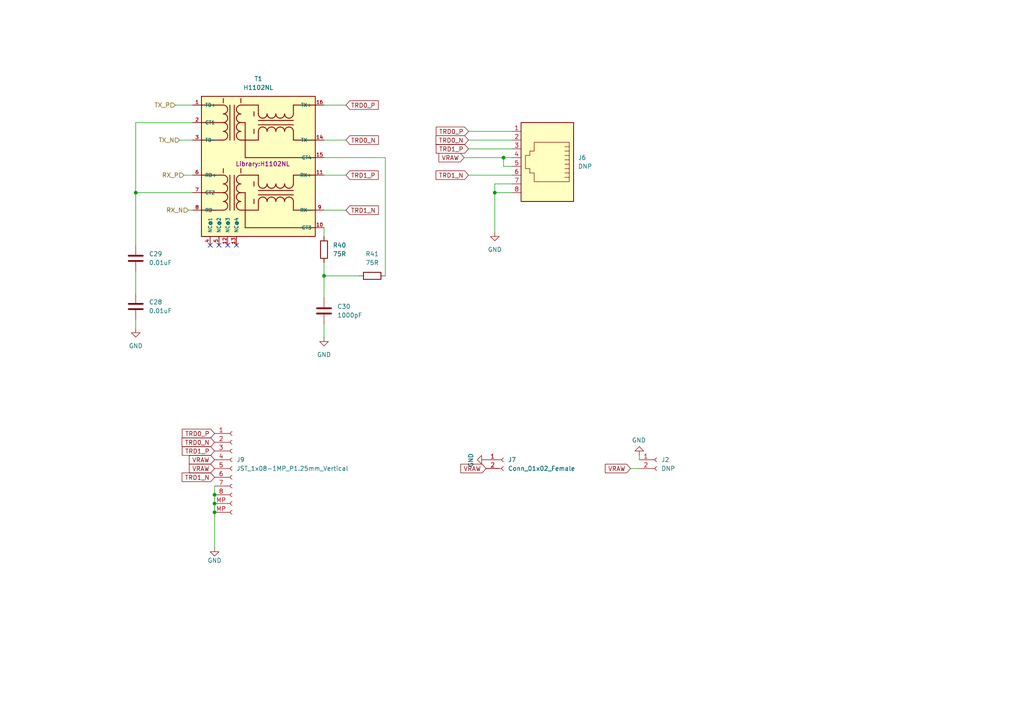
<source format=kicad_sch>
(kicad_sch (version 20231120) (generator "eeschema") (generator_version "8.0")
  (paper "A4")
  (lib_symbols
    (symbol "Connector:Conn_01x02_Female" (pin_names (offset 1.016) hide)
      (property "Reference" "J" (at 0 2.54 0))
      (property "Value" "Conn_01x02_Female" (at 0 -5.08 0))
      (symbol "Conn_01x02_Female_1_1"
        (arc (start 0 -2.032) (mid -0.5058 -2.54) (end 0 -3.048) (stroke (width 0.1524)))
        (polyline (pts (xy -1.27 -2.54) (xy -0.508 -2.54)) (stroke (width 0.1524)))
        (polyline (pts (xy -1.27 0) (xy -0.508 0)) (stroke (width 0.1524)))
        (arc (start 0 0.508) (mid -0.5058 0) (end 0 -0.508) (stroke (width 0.1524)))
        (pin passive line (at -5.08 0 0) (length 3.81) (name "Pin_1") (number "1"))
        (pin passive line (at -5.08 -2.54 0) (length 3.81) (name "Pin_2") (number "2"))
      )
    )
    (symbol "Connector:Conn_01x08_Female" (pin_names (offset 1.016) hide)
      (property "Reference" "J3" (at 1.27 0.0001 0))
      (property "Value" "Conn_01x08_Female" (at 1.27 -2.5399 0))
      (symbol "Conn_01x08_Female_1_1"
        (arc (start 0 -14.732) (mid -0.5058 -15.24) (end 0 -15.748) (stroke (width 0.1524)))
        (arc (start 0 -12.192) (mid -0.5058 -12.7) (end 0 -13.208) (stroke (width 0.1524)))
        (arc (start 0 -9.652) (mid -0.5058 -10.16) (end 0 -10.668) (stroke (width 0.1524)))
        (arc (start 0 -7.112) (mid -0.5058 -7.62) (end 0 -8.128) (stroke (width 0.1524)))
        (arc (start 0 -4.572) (mid -0.5058 -5.08) (end 0 -5.588) (stroke (width 0.1524)))
        (arc (start 0 -2.032) (mid -0.5058 -2.54) (end 0 -3.048) (stroke (width 0.1524)))
        (polyline (pts (xy -1.27 -15.24) (xy -0.508 -15.24)) (stroke (width 0.1524)))
        (polyline (pts (xy -1.27 -12.7) (xy -0.508 -12.7)) (stroke (width 0.1524)))
        (polyline (pts (xy -1.27 -10.16) (xy -0.508 -10.16)) (stroke (width 0.1524)))
        (polyline (pts (xy -1.27 -7.62) (xy -0.508 -7.62)) (stroke (width 0.1524)))
        (polyline (pts (xy -1.27 -5.08) (xy -0.508 -5.08)) (stroke (width 0.1524)))
        (polyline (pts (xy -1.27 -2.54) (xy -0.508 -2.54)) (stroke (width 0.1524)))
        (polyline (pts (xy -1.27 0) (xy -0.508 0)) (stroke (width 0.1524)))
        (polyline (pts (xy -1.27 2.54) (xy -0.508 2.54)) (stroke (width 0.1524)))
        (polyline (pts (xy -1.27 5.08) (xy -0.508 5.08)) (stroke (width 0.1524)))
        (polyline (pts (xy -1.27 7.62) (xy -0.508 7.62)) (stroke (width 0.1524)))
        (arc (start 0 0.508) (mid -0.5058 0) (end 0 -0.508) (stroke (width 0.1524)))
        (arc (start 0 3.048) (mid -0.5058 2.54) (end 0 2.032) (stroke (width 0.1524)))
        (arc (start 0 5.588) (mid -0.5058 5.08) (end 0 4.572) (stroke (width 0.1524)))
        (arc (start 0 8.128) (mid -0.5058 7.62) (end 0 7.112) (stroke (width 0.1524)))
        (pin passive line (at -5.08 7.62 0) (length 3.81) (name "Pin_1") (number "1"))
        (pin passive line (at -5.08 5.08 0) (length 3.81) (name "Pin_2") (number "2"))
        (pin passive line (at -5.08 2.54 0) (length 3.81) (name "Pin_3") (number "3"))
        (pin passive line (at -5.08 0 0) (length 3.81) (name "Pin_4") (number "4"))
        (pin passive line (at -5.08 -2.54 0) (length 3.81) (name "Pin_5") (number "5"))
        (pin passive line (at -5.08 -5.08 0) (length 3.81) (name "Pin_6") (number "6"))
        (pin passive line (at -5.08 -7.62 0) (length 3.81) (name "Pin_7") (number "7"))
        (pin passive line (at -5.08 -10.16 0) (length 3.81) (name "Pin_8") (number "8"))
        (pin passive line (at -5.08 -15.24 0) (length 3.81) (name "MP") (number "MP"))
        (pin passive line (at -5.08 -12.7 0) (length 3.81) (name "MP") (number "MP"))
      )
    )
    (symbol "Connector:RJ45" (pin_names (offset 1.016))
      (property "Reference" "J" (at -5.08 13.97 0))
      (property "Value" "RJ45" (at 2.54 13.97 0))
      (symbol "RJ45_0_1"
        (polyline (pts (xy -5.08 4.445) (xy -6.35 4.445)))
        (polyline (pts (xy -5.08 5.715) (xy -6.35 5.715)))
        (polyline (pts (xy -6.35 -3.175) (xy -5.08 -3.175) (xy -5.08 -3.175)))
        (polyline (pts (xy -6.35 -1.905) (xy -5.08 -1.905) (xy -5.08 -1.905)))
        (polyline (pts (xy -6.35 -0.635) (xy -5.08 -0.635) (xy -5.08 -0.635)))
        (polyline (pts (xy -6.35 0.635) (xy -5.08 0.635) (xy -5.08 0.635)))
        (polyline (pts (xy -6.35 1.905) (xy -5.08 1.905) (xy -5.08 1.905)))
        (polyline (pts (xy -5.08 3.175) (xy -6.35 3.175) (xy -6.35 3.175)))
        (polyline (pts (xy -6.35 -4.445) (xy -6.35 6.985) (xy 3.81 6.985) (xy 3.81 4.445) (xy 5.08 4.445) (xy 5.08 3.175) (xy 6.35 3.175) (xy 6.35 -0.635) (xy 5.08 -0.635) (xy 5.08 -1.905) (xy 3.81 -1.905) (xy 3.81 -4.445) (xy -6.35 -4.445) (xy -6.35 -4.445)))
        (rectangle (start 7.62 12.7) (end -7.62 -10.16) (stroke (width 0.254)) (fill (type background)))
      )
      (symbol "RJ45_1_1"
        (pin passive line (at 10.16 -7.62 180) (length 2.54) (name "~") (number "1"))
        (pin passive line (at 10.16 -5.08 180) (length 2.54) (name "~") (number "2"))
        (pin passive line (at 10.16 -2.54 180) (length 2.54) (name "~") (number "3"))
        (pin passive line (at 10.16 0 180) (length 2.54) (name "~") (number "4"))
        (pin passive line (at 10.16 2.54 180) (length 2.54) (name "~") (number "5"))
        (pin passive line (at 10.16 5.08 180) (length 2.54) (name "~") (number "6"))
        (pin passive line (at 10.16 7.62 180) (length 2.54) (name "~") (number "7"))
        (pin passive line (at 10.16 10.16 180) (length 2.54) (name "~") (number "8"))
      )
    )
    (symbol "Device:C" (pin_numbers hide) (pin_names (offset 0.254))
      (property "Reference" "C" (at 0.635 2.54 0))
      (property "Value" "C" (at 0.635 -2.54 0))
      (symbol "C_0_1"
        (polyline (pts (xy -2.032 -0.762) (xy 2.032 -0.762)) (stroke (width 0.508)))
        (polyline (pts (xy -2.032 0.762) (xy 2.032 0.762)) (stroke (width 0.508)))
      )
      (symbol "C_1_1"
        (pin passive line (at 0 3.81 270) (length 2.794) (name "~") (number "1"))
        (pin passive line (at 0 -3.81 90) (length 2.794) (name "~") (number "2"))
      )
    )
    (symbol "Device:R" (pin_numbers hide) (pin_names (offset 0))
      (property "Reference" "R" (at 2.032 0 90))
      (property "Value" "R" (at 0 0 90))
      (symbol "R_0_1"
        (rectangle (start -1.016 -2.54) (end 1.016 2.54) (stroke (width 0.254)))
      )
      (symbol "R_1_1"
        (pin passive line (at 0 3.81 270) (length 1.27) (name "~") (number "1"))
        (pin passive line (at 0 -3.81 90) (length 1.27) (name "~") (number "2"))
      )
    )
    (symbol "H1102NL:H1102NL" (pin_names (offset 1.016))
      (property "Reference" "T" (at -17.78 20.32 0))
      (property "Value" "H1102NL" (at -2.54 -22.86 0))
      (symbol "H1102NL_0_0"
        (rectangle (start -17.78 -20.32) (end 15.24 20.32) (stroke (width 0.254)) (fill (type background)))
        (arc (start -11.43 -12.7) (mid -10.532 -12.328) (end -10.16 -11.43) (stroke (width 0.254)))
        (arc (start -11.43 -10.16) (mid -10.532 -9.788) (end -10.16 -8.89) (stroke (width 0.254)))
        (arc (start -11.43 -7.62) (mid -10.532 -7.248) (end -10.16 -6.35) (stroke (width 0.254)))
        (arc (start -11.43 -5.08) (mid -10.532 -4.708) (end -10.16 -3.81) (stroke (width 0.254)))
        (arc (start -11.43 7.62) (mid -10.532 7.992) (end -10.16 8.89) (stroke (width 0.254)))
        (arc (start -11.43 10.16) (mid -10.532 10.532) (end -10.16 11.43) (stroke (width 0.254)))
        (arc (start -11.43 12.7) (mid -10.532 13.072) (end -10.16 13.97) (stroke (width 0.254)))
        (arc (start -11.43 15.24) (mid -10.532 15.612) (end -10.16 16.51) (stroke (width 0.254)))
        (arc (start -10.16 -11.43) (mid -10.532 -10.532) (end -11.43 -10.16) (stroke (width 0.254)))
        (arc (start -10.16 -8.89) (mid -10.532 -7.992) (end -11.43 -7.62) (stroke (width 0.254)))
        (arc (start -10.16 -6.35) (mid -10.532 -5.452) (end -11.43 -5.08) (stroke (width 0.254)))
        (arc (start -10.16 -3.81) (mid -10.532 -2.912) (end -11.43 -2.54) (stroke (width 0.254)))
        (arc (start -10.16 8.89) (mid -10.532 9.788) (end -11.43 10.16) (stroke (width 0.254)))
        (arc (start -10.16 11.43) (mid -10.532 12.328) (end -11.43 12.7) (stroke (width 0.254)))
        (arc (start -10.16 13.97) (mid -10.532 14.868) (end -11.43 15.24) (stroke (width 0.254)))
        (arc (start -10.16 16.51) (mid -10.532 17.408) (end -11.43 17.78) (stroke (width 0.254)))
        (arc (start -7.62 -11.43) (mid -7.248 -12.328) (end -6.35 -12.7) (stroke (width 0.254)))
        (arc (start -7.62 -8.89) (mid -7.248 -9.788) (end -6.35 -10.16) (stroke (width 0.254)))
        (arc (start -7.62 -6.35) (mid -7.248 -7.248) (end -6.35 -7.62) (stroke (width 0.254)))
        (arc (start -7.62 -3.81) (mid -7.248 -4.708) (end -6.35 -5.08) (stroke (width 0.254)))
        (arc (start -7.62 8.89) (mid -7.248 7.992) (end -6.35 7.62) (stroke (width 0.254)))
        (arc (start -7.62 11.43) (mid -7.248 10.532) (end -6.35 10.16) (stroke (width 0.254)))
        (arc (start -7.62 13.97) (mid -7.248 13.072) (end -6.35 12.7) (stroke (width 0.254)))
        (arc (start -7.62 16.51) (mid -7.248 15.612) (end -6.35 15.24) (stroke (width 0.254)))
        (arc (start -6.35 -10.16) (mid -7.248 -10.532) (end -7.62 -11.43) (stroke (width 0.254)))
        (arc (start -6.35 -7.62) (mid -7.248 -7.992) (end -7.62 -8.89) (stroke (width 0.254)))
        (arc (start -6.35 -5.08) (mid -7.248 -5.452) (end -7.62 -6.35) (stroke (width 0.254)))
        (arc (start -6.35 -2.54) (mid -7.248 -2.912) (end -7.62 -3.81) (stroke (width 0.254)))
        (arc (start -6.35 10.16) (mid -7.248 9.788) (end -7.62 8.89) (stroke (width 0.254)))
        (arc (start -6.35 12.7) (mid -7.248 12.328) (end -7.62 11.43) (stroke (width 0.254)))
        (arc (start -6.35 15.24) (mid -7.248 14.868) (end -7.62 13.97) (stroke (width 0.254)))
        (arc (start -6.35 17.78) (mid -7.248 17.408) (end -7.62 16.51) (stroke (width 0.254)))
        (arc (start -1.27 -5.08) (mid -0.898 -5.978) (end 0 -6.35) (stroke (width 0.254)))
        (arc (start -1.27 15.24) (mid -0.898 14.342) (end 0 13.97) (stroke (width 0.254)))
        (arc (start 0 -8.89) (mid -0.898 -9.262) (end -1.27 -10.16) (stroke (width 0.254)))
        (arc (start 0 -6.35) (mid 0.898 -5.978) (end 1.27 -5.08) (stroke (width 0.254)))
        (polyline (pts (xy -17.78 -2.54) (xy -11.43 -2.54)) (stroke (width 0.254)))
        (polyline (pts (xy -17.78 17.78) (xy -11.43 17.78)) (stroke (width 0.254)))
        (polyline (pts (xy -11.43 -12.7) (xy -17.78 -12.7)) (stroke (width 0.254)))
        (polyline (pts (xy -11.43 -7.62) (xy -17.78 -7.62)) (stroke (width 0.254)))
        (polyline (pts (xy -11.43 7.62) (xy -17.78 7.62)) (stroke (width 0.254)))
        (polyline (pts (xy -11.43 12.7) (xy -17.78 12.7)) (stroke (width 0.254)))
        (polyline (pts (xy -9.525 -2.54) (xy -9.525 -12.7)) (stroke (width 0.254)))
        (polyline (pts (xy -9.525 17.78) (xy -9.525 7.62)) (stroke (width 0.254)))
        (polyline (pts (xy -8.255 -2.54) (xy -8.255 -12.7)) (stroke (width 0.254)))
        (polyline (pts (xy -8.255 17.78) (xy -8.255 7.62)) (stroke (width 0.254)))
        (polyline (pts (xy -6.35 -7.62) (xy -5.08 -7.62)) (stroke (width 0.254)))
        (polyline (pts (xy -6.35 -2.54) (xy -1.27 -2.54)) (stroke (width 0.254)))
        (polyline (pts (xy -6.35 12.7) (xy -5.08 12.7)) (stroke (width 0.254)))
        (polyline (pts (xy -6.35 17.78) (xy -1.27 17.78)) (stroke (width 0.254)))
        (polyline (pts (xy -5.08 -17.78) (xy 15.24 -17.78)) (stroke (width 0.254)))
        (polyline (pts (xy -5.08 -7.62) (xy -5.08 -17.78)) (stroke (width 0.254)))
        (polyline (pts (xy -5.08 2.54) (xy 15.24 2.54)) (stroke (width 0.254)))
        (polyline (pts (xy -5.08 12.7) (xy -5.08 2.54)) (stroke (width 0.254)))
        (polyline (pts (xy -1.27 -12.7) (xy -6.35 -12.7)) (stroke (width 0.254)))
        (polyline (pts (xy -1.27 -12.7) (xy -1.27 -10.16)) (stroke (width 0.254)))
        (polyline (pts (xy -1.27 -8.255) (xy 8.89 -8.255)) (stroke (width 0.254)))
        (polyline (pts (xy -1.27 -6.985) (xy 8.89 -6.985)) (stroke (width 0.254)))
        (polyline (pts (xy -1.27 -2.54) (xy -1.27 -5.08)) (stroke (width 0.254)))
        (polyline (pts (xy -1.27 7.62) (xy -6.35 7.62)) (stroke (width 0.254)))
        (polyline (pts (xy -1.27 7.62) (xy -1.27 10.16)) (stroke (width 0.254)))
        (polyline (pts (xy -1.27 12.065) (xy 8.89 12.065)) (stroke (width 0.254)))
        (polyline (pts (xy -1.27 13.335) (xy 8.89 13.335)) (stroke (width 0.254)))
        (polyline (pts (xy -1.27 17.78) (xy -1.27 15.24)) (stroke (width 0.254)))
        (polyline (pts (xy 8.89 -12.7) (xy 15.24 -12.7)) (stroke (width 0.254)))
        (polyline (pts (xy 8.89 -10.16) (xy 8.89 -12.7)) (stroke (width 0.254)))
        (polyline (pts (xy 8.89 -5.08) (xy 8.89 -2.54)) (stroke (width 0.254)))
        (polyline (pts (xy 8.89 -2.54) (xy 15.24 -2.54)) (stroke (width 0.254)))
        (polyline (pts (xy 8.89 7.62) (xy 15.24 7.62)) (stroke (width 0.254)))
        (polyline (pts (xy 8.89 10.16) (xy 8.89 7.62)) (stroke (width 0.254)))
        (polyline (pts (xy 8.89 15.24) (xy 8.89 17.78)) (stroke (width 0.254)))
        (polyline (pts (xy 8.89 17.78) (xy 15.24 17.78)) (stroke (width 0.254)))
        (polyline (pts (xy -11.43 -0.635) (xy -11.43 -1.905) (xy -11.43 -0.635)) (stroke (width 0.254)) (fill (type outline)))
        (polyline (pts (xy -11.43 19.685) (xy -11.43 18.415) (xy -11.43 19.685)) (stroke (width 0.254)) (fill (type outline)))
        (polyline (pts (xy -6.35 -0.635) (xy -6.35 -1.905) (xy -6.35 -0.635)) (stroke (width 0.254)) (fill (type outline)))
        (polyline (pts (xy -6.35 19.685) (xy -6.35 18.415) (xy -6.35 19.685)) (stroke (width 0.254)) (fill (type outline)))
        (polyline (pts (xy -2.54 -9.525) (xy -2.54 -10.795) (xy -2.54 -9.525)) (stroke (width 0.254)) (fill (type outline)))
        (polyline (pts (xy -2.54 -4.445) (xy -2.54 -5.715) (xy -2.54 -4.445)) (stroke (width 0.254)) (fill (type outline)))
        (polyline (pts (xy -2.54 10.795) (xy -2.54 9.525) (xy -2.54 10.795)) (stroke (width 0.254)) (fill (type outline)))
        (polyline (pts (xy -2.54 15.875) (xy -2.54 14.605) (xy -2.54 15.875)) (stroke (width 0.254)) (fill (type outline)))
        (arc (start 0 11.43) (mid -0.898 11.058) (end -1.27 10.16) (stroke (width 0.254)))
        (arc (start 0 13.97) (mid 0.898 14.342) (end 1.27 15.24) (stroke (width 0.254)))
        (arc (start 1.27 -10.16) (mid 0.898 -9.262) (end 0 -8.89) (stroke (width 0.254)))
        (arc (start 1.27 -5.08) (mid 1.642 -5.978) (end 2.54 -6.35) (stroke (width 0.254)))
        (arc (start 1.27 10.16) (mid 0.898 11.058) (end 0 11.43) (stroke (width 0.254)))
        (arc (start 1.27 15.24) (mid 1.642 14.342) (end 2.54 13.97) (stroke (width 0.254)))
        (arc (start 2.54 -8.89) (mid 1.642 -9.262) (end 1.27 -10.16) (stroke (width 0.254)))
        (arc (start 2.54 -6.35) (mid 3.438 -5.978) (end 3.81 -5.08) (stroke (width 0.254)))
        (arc (start 2.54 11.43) (mid 1.642 11.058) (end 1.27 10.16) (stroke (width 0.254)))
        (arc (start 2.54 13.97) (mid 3.438 14.342) (end 3.81 15.24) (stroke (width 0.254)))
        (arc (start 3.81 -10.16) (mid 3.438 -9.262) (end 2.54 -8.89) (stroke (width 0.254)))
        (arc (start 3.81 -5.08) (mid 4.182 -5.978) (end 5.08 -6.35) (stroke (width 0.254)))
        (arc (start 3.81 10.16) (mid 3.438 11.058) (end 2.54 11.43) (stroke (width 0.254)))
        (arc (start 3.81 15.24) (mid 4.182 14.342) (end 5.08 13.97) (stroke (width 0.254)))
        (arc (start 5.08 -8.89) (mid 4.182 -9.262) (end 3.81 -10.16) (stroke (width 0.254)))
        (arc (start 5.08 -6.35) (mid 5.978 -5.978) (end 6.35 -5.08) (stroke (width 0.254)))
        (arc (start 5.08 11.43) (mid 4.182 11.058) (end 3.81 10.16) (stroke (width 0.254)))
        (arc (start 5.08 13.97) (mid 5.978 14.342) (end 6.35 15.24) (stroke (width 0.254)))
        (arc (start 6.35 -10.16) (mid 5.978 -9.262) (end 5.08 -8.89) (stroke (width 0.254)))
        (arc (start 6.35 -5.08) (mid 6.722 -5.978) (end 7.62 -6.35) (stroke (width 0.254)))
        (arc (start 6.35 10.16) (mid 5.978 11.058) (end 5.08 11.43) (stroke (width 0.254)))
        (arc (start 6.35 15.24) (mid 6.722 14.342) (end 7.62 13.97) (stroke (width 0.254)))
        (arc (start 7.62 -8.89) (mid 6.722 -9.262) (end 6.35 -10.16) (stroke (width 0.254)))
        (arc (start 7.62 -6.35) (mid 8.518 -5.978) (end 8.89 -5.08) (stroke (width 0.254)))
        (arc (start 7.62 11.43) (mid 6.722 11.058) (end 6.35 10.16) (stroke (width 0.254)))
        (arc (start 7.62 13.97) (mid 8.518 14.342) (end 8.89 15.24) (stroke (width 0.254)))
        (arc (start 8.89 -10.16) (mid 8.518 -9.262) (end 7.62 -8.89) (stroke (width 0.254)))
        (arc (start 8.89 10.16) (mid 8.518 11.058) (end 7.62 11.43) (stroke (width 0.254)))
        (pin passive line (at -20.32 17.78 0) (length 2.54) (name "TD+") (number "1"))
        (pin passive line (at 17.78 -17.78 180) (length 2.54) (name "CT3") (number "10"))
        (pin passive line (at 17.78 -2.54 180) (length 2.54) (name "RX+") (number "11"))
        (pin passive line (at -10.16 -22.86 90) (length 2.54) (name "NC@3") (number "12"))
        (pin passive line (at -7.62 -22.86 90) (length 2.54) (name "NC@4") (number "13"))
        (pin passive line (at 17.78 7.62 180) (length 2.54) (name "TX-") (number "14"))
        (pin passive line (at 17.78 2.54 180) (length 2.54) (name "CT4") (number "15"))
        (pin passive line (at 17.78 17.78 180) (length 2.54) (name "TX+") (number "16"))
        (pin passive line (at -20.32 12.7 0) (length 2.54) (name "CT1") (number "2"))
        (pin passive line (at -20.32 7.62 0) (length 2.54) (name "TD-") (number "3"))
        (pin passive line (at -15.24 -22.86 90) (length 2.54) (name "NC@1") (number "4"))
        (pin passive line (at -12.7 -22.86 90) (length 2.54) (name "NC@2") (number "5"))
        (pin passive line (at -20.32 -2.54 0) (length 2.54) (name "RD+") (number "6"))
        (pin passive line (at -20.32 -7.62 0) (length 2.54) (name "CT2") (number "7"))
        (pin passive line (at -20.32 -12.7 0) (length 2.54) (name "RD-") (number "8"))
        (pin passive line (at 17.78 -12.7 180) (length 2.54) (name "RX-") (number "9"))
      )
    )
    (symbol "power:GND" (power) (pin_names (offset 0))
      (property "Value" "GND" (at 0 -3.81 0))
      (symbol "GND_0_1"
        (polyline (pts (xy 0 0) (xy 0 -1.27) (xy 1.27 -1.27) (xy 0 -2.54) (xy -1.27 -1.27) (xy 0 -1.27)))
      )
      (symbol "GND_1_1"
        (pin power_in line (at 0 0 270) (length 0) hide (name "GND") (number "1"))
      )
    )
  )
  (junction (at 93.98 80.01))
  (junction (at 146.05 45.72))
  (junction (at 62.23 148.59))
  (junction (at 62.23 146.05))
  (junction (at 62.23 143.51))
  (junction (at 143.51 55.88))
  (junction (at 39.37 55.88))
  (no_connect (at 66.04 71.12))
  (no_connect (at 63.5 71.12))
  (no_connect (at 68.58 71.12))
  (no_connect (at 60.96 71.12))
  (wire (pts (xy 143.51 55.88) (xy 148.59 55.88)))
  (wire (pts (xy 39.37 55.88) (xy 39.37 71.12)))
  (wire (pts (xy 93.98 80.01) (xy 93.98 86.36)))
  (wire (pts (xy 62.23 146.05) (xy 62.23 148.59)))
  (wire (pts (xy 135.89 50.8) (xy 148.59 50.8)))
  (wire (pts (xy 55.88 35.56) (xy 39.37 35.56)))
  (wire (pts (xy 39.37 35.56) (xy 39.37 55.88)))
  (wire (pts (xy 143.51 53.34) (xy 143.51 55.88)))
  (wire (pts (xy 93.98 76.2) (xy 93.98 80.01)))
  (wire (pts (xy 39.37 78.74) (xy 39.37 85.09)))
  (wire (pts (xy 100.33 50.8) (xy 93.98 50.8)))
  (wire (pts (xy 182.88 135.89) (xy 185.42 135.89)))
  (wire (pts (xy 39.37 92.71) (xy 39.37 95.25)))
  (wire (pts (xy 54.61 60.96) (xy 55.88 60.96)))
  (wire (pts (xy 62.23 140.97) (xy 62.23 143.51)))
  (wire (pts (xy 100.33 60.96) (xy 93.98 60.96)))
  (wire (pts (xy 143.51 53.34) (xy 148.59 53.34)))
  (wire (pts (xy 134.62 45.72) (xy 146.05 45.72)))
  (wire (pts (xy 93.98 93.98) (xy 93.98 97.79)))
  (wire (pts (xy 148.59 48.26) (xy 146.05 48.26)))
  (wire (pts (xy 135.89 40.64) (xy 148.59 40.64)))
  (wire (pts (xy 62.23 143.51) (xy 62.23 146.05)))
  (wire (pts (xy 50.8 30.48) (xy 55.88 30.48)))
  (wire (pts (xy 143.51 55.88) (xy 143.51 67.31)))
  (wire (pts (xy 111.76 45.72) (xy 111.76 80.01)))
  (wire (pts (xy 52.07 40.64) (xy 55.88 40.64)))
  (wire (pts (xy 93.98 80.01) (xy 104.14 80.01)))
  (wire (pts (xy 135.89 43.18) (xy 148.59 43.18)))
  (wire (pts (xy 93.98 66.04) (xy 93.98 68.58)))
  (wire (pts (xy 53.34 50.8) (xy 55.88 50.8)))
  (wire (pts (xy 100.33 40.64) (xy 93.98 40.64)))
  (wire (pts (xy 93.98 45.72) (xy 111.76 45.72)))
  (wire (pts (xy 62.23 148.59) (xy 62.23 158.75)))
  (wire (pts (xy 146.05 48.26) (xy 146.05 45.72)))
  (wire (pts (xy 135.89 38.1) (xy 148.59 38.1)))
  (wire (pts (xy 39.37 55.88) (xy 55.88 55.88)))
  (wire (pts (xy 185.42 132.08) (xy 185.42 133.35)))
  (wire (pts (xy 146.05 45.72) (xy 148.59 45.72)))
  (wire (pts (xy 100.33 30.48) (xy 93.98 30.48)))
  (global_label "TRD0_P" (shape input) (at 100.33 30.48 0) (property "Intersheetrefs" "${INTERSHEET_REFS}" (effects (hide yes))))
  (global_label "TRD1_N" (shape input) (at 100.33 60.96 0) (property "Intersheetrefs" "${INTERSHEET_REFS}" (effects (hide yes))))
  (global_label "VRAW" (shape input) (at 140.97 135.89 180) (property "Intersheetrefs" "${INTERSHEET_REFS}" (effects (hide yes))))
  (global_label "VRAW" (shape input) (at 134.62 45.72 180) (property "Intersheetrefs" "${INTERSHEET_REFS}" (effects (hide yes))))
  (global_label "TRD0_P" (shape input) (at 62.23 125.73 180) (property "Intersheetrefs" "${INTERSHEET_REFS}" (effects (hide yes))))
  (global_label "TRD1_N" (shape input) (at 62.23 138.43 180) (property "Intersheetrefs" "${INTERSHEET_REFS}" (effects (hide yes))))
  (global_label "TRD1_N" (shape input) (at 135.89 50.8 180) (property "Intersheetrefs" "${INTERSHEET_REFS}" (effects (hide yes))))
  (global_label "TRD1_P" (shape input) (at 135.89 43.18 180) (property "Intersheetrefs" "${INTERSHEET_REFS}" (effects (hide yes))))
  (global_label "TRD0_N" (shape input) (at 62.23 128.27 180) (property "Intersheetrefs" "${INTERSHEET_REFS}" (effects (hide yes))))
  (global_label "TRD0_N" (shape input) (at 100.33 40.64 0) (property "Intersheetrefs" "${INTERSHEET_REFS}" (effects (hide yes))))
  (global_label "TRD1_P" (shape input) (at 62.23 130.81 180) (property "Intersheetrefs" "${INTERSHEET_REFS}" (effects (hide yes))))
  (global_label "TRD1_P" (shape input) (at 100.33 50.8 0) (property "Intersheetrefs" "${INTERSHEET_REFS}" (effects (hide yes))))
  (global_label "TRD0_N" (shape input) (at 135.89 40.64 180) (property "Intersheetrefs" "${INTERSHEET_REFS}" (effects (hide yes))))
  (global_label "TRD0_P" (shape input) (at 135.89 38.1 180) (property "Intersheetrefs" "${INTERSHEET_REFS}" (effects (hide yes))))
  (global_label "VRAW" (shape input) (at 182.88 135.89 180) (property "Intersheetrefs" "${INTERSHEET_REFS}" (effects (hide yes))))
  (global_label "VRAW" (shape input) (at 62.23 135.89 180) (property "Intersheetrefs" "${INTERSHEET_REFS}" (effects (hide yes))))
  (global_label "VRAW" (shape input) (at 62.23 133.35 180) (property "Intersheetrefs" "${INTERSHEET_REFS}" (effects (hide yes))))
  (hierarchical_label "RX_N" (shape input) (at 54.61 60.96 180))
  (hierarchical_label "TX_P" (shape input) (at 50.8 30.48 180))
  (hierarchical_label "RX_P" (shape input) (at 53.34 50.8 180))
  (hierarchical_label "TX_N" (shape input) (at 52.07 40.64 180))
  (symbol (lib_id "power:GND") (at 39.37 95.25 0) (unit 1)
    (property "Reference" "#PWR05" (effects (hide yes)))
    (property "Value" "GND" (at 39.37 100.33 0))
  )
  (symbol (lib_id "Device:C") (at 93.98 90.17 0) (unit 1)
    (property "Reference" "C30" (at 97.79 88.8999 0) (effects (justify left)))
    (property "Value" "1000pF" (at 97.79 91.4399 0) (effects (justify left)))
    (property "Footprint" "Capacitor_SMD:C_0603_1608Metric" (effects (hide yes)))
  )
  (symbol (lib_id "Connector:Conn_01x02_Female") (at 146.05 133.35 0) (unit 1)
    (property "Reference" "J7" (at 147.32 133.3499 0) (effects (justify left)))
    (property "Value" "Conn_01x02_Female" (at 147.32 135.8899 0) (effects (justify left)))
    (property "Footprint" "Connector_JST:JST_PH_B2B-PH-K_1x02_P2.00mm_Vertical" (effects (hide yes)))
    (property "MPN" "2.0mm 1*2p" (effects (hide yes)))
  )
  (symbol (lib_id "Connector:Conn_01x02_Female") (at 190.5 133.35 0) (unit 1)
    (property "Reference" "J2" (at 191.77 133.3499 0) (effects (justify left)))
    (property "Value" "DNP" (at 191.77 135.8899 0) (effects (justify left)))
    (property "Footprint" "Connector_Phoenix_MSTB:PhoenixContact_MSTBA_2,5_2-G-5,08_1x02_P5.08mm_Horizontal" (effects (hide yes)))
    (property "MPN" "5.08mm 1*2p" (effects (hide yes)))
  )
  (symbol (lib_id "H1102NL:H1102NL") (at 76.2 48.26 0) (unit 1)
    (property "Reference" "T1" (at 74.93 22.86 0))
    (property "Value" "H1102NL" (at 74.93 25.4 0))
    (property "Footprint" "Library:H1102NL" (at 76.2 48.26 0) (effects (justify bottom)))
    (property "MPN" "H1102NL" (effects (hide yes)))
  )
  (symbol (lib_id "Connector:RJ45") (at 158.75 45.72 180) (unit 1)
    (property "Reference" "J6" (at 167.64 45.72 0) (effects (justify right)))
    (property "Value" "DNP" (at 167.64 48.26 0) (effects (justify right)))
    (property "Footprint" "Connector_RJ:RJ45_Amphenol_54602-x08_Horizontal" (effects (hide yes)))
    (property "MPN" "RJ45" (effects (hide yes)))
  )
  (symbol (lib_id "power:GND") (at 93.98 97.79 0) (unit 1)
    (property "Reference" "#PWR06" (effects (hide yes)))
    (property "Value" "GND" (at 93.98 102.87 0))
  )
  (symbol (lib_id "power:GND") (at 143.51 67.31 0) (unit 1)
    (property "Reference" "#PWR07" (effects (hide yes)))
    (property "Value" "GND" (at 143.51 72.39 0))
  )
  (symbol (lib_id "Device:C") (at 39.37 88.9 0) (unit 1)
    (property "Reference" "C28" (at 43.18 87.6299 0) (effects (justify left)))
    (property "Value" "0.01uF" (at 43.18 90.1699 0) (effects (justify left)))
    (property "Footprint" "Capacitor_SMD:C_0603_1608Metric" (effects (hide yes)))
  )
  (symbol (lib_id "Connector:Conn_01x08_Female") (at 67.31 133.35 0) (unit 1)
    (property "Reference" "J9" (at 68.58 133.3499 0) (effects (justify left)))
    (property "Value" "JST_1x08-1MP_P1.25mm_Vertical" (at 68.58 135.8899 0) (effects (justify left)))
    (property "Footprint" "CamTracker:JST_1x08-1MP_P1.25mm_Vertical" (effects (hide yes)))
    (property "MPN" "间距:1.25mm 1x8P" (effects (hide yes)))
  )
  (symbol (lib_id "Device:R") (at 93.98 72.39 180) (unit 1)
    (property "Reference" "R40" (at 96.52 71.1199 0) (effects (justify right)))
    (property "Value" "75R" (at 96.52 73.6599 0) (effects (justify right)))
    (property "Footprint" "Resistor_SMD:R_0603_1608Metric" (effects (hide yes)))
  )
  (symbol (lib_id "power:GND") (at 185.42 132.08 180) (unit 1)
    (property "Reference" "#PWR04" (effects (hide yes)))
    (property "Value" "GND" (at 185.293 127.6858 0))
  )
  (symbol (lib_id "power:GND") (at 140.97 133.35 270) (unit 1)
    (property "Reference" "#PWR016" (effects (hide yes)))
    (property "Value" "GND" (at 136.5758 133.477 0))
  )
  (symbol (lib_id "power:GND") (at 62.23 158.75 0) (unit 1)
    (property "Reference" "#PWR017" (effects (hide yes)))
    (property "Value" "GND" (at 62.23 162.56 0))
  )
  (symbol (lib_id "Device:C") (at 39.37 74.93 0) (unit 1)
    (property "Reference" "C29" (at 43.18 73.6599 0) (effects (justify left)))
    (property "Value" "0.01uF" (at 43.18 76.1999 0) (effects (justify left)))
    (property "Footprint" "Capacitor_SMD:C_0603_1608Metric" (effects (hide yes)))
  )
  (symbol (lib_id "Device:R") (at 107.95 80.01 90) (unit 1)
    (property "Reference" "R41" (at 107.95 73.66 90))
    (property "Value" "75R" (at 107.95 76.2 90))
    (property "Footprint" "Resistor_SMD:R_0603_1608Metric" (effects (hide yes)))
  )
)
</source>
